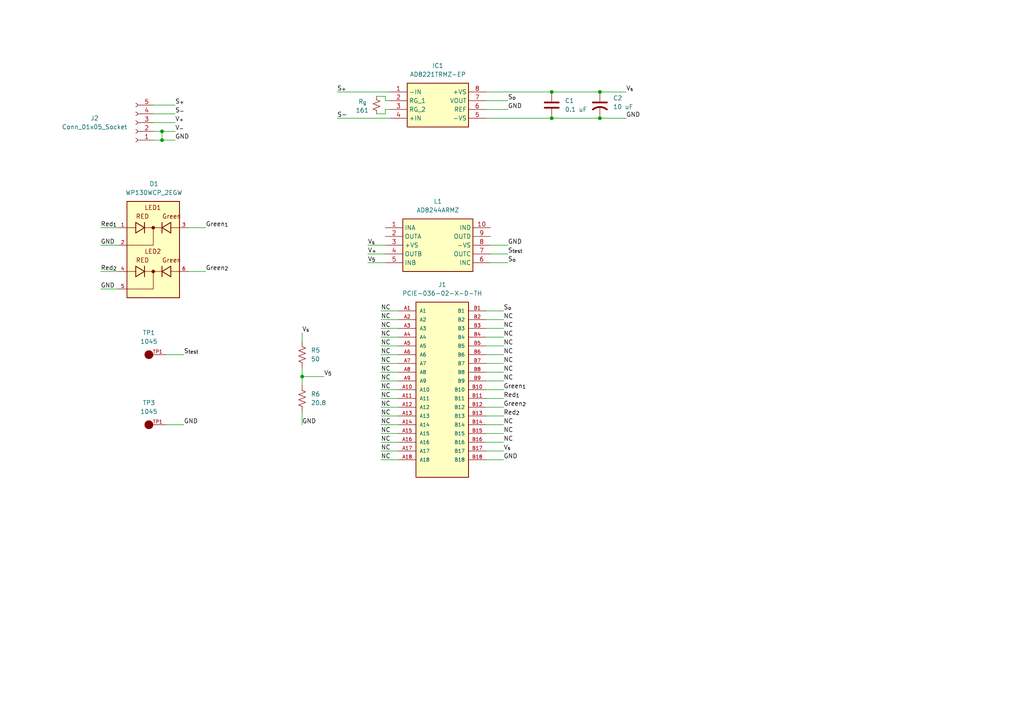
<source format=kicad_sch>
(kicad_sch (version 20250114) (generator "eeschema") (generator_version "9.0")
  (paper "A4")
  (lib_symbols
    (symbol "Connector:Conn_01x05_Socket" (pin_names (offset 1.016) (hide yes))
      (property "Reference" "J" (at 0 7.62 0))
      (property "Value" "Conn_01x05_Socket" (at 0 -7.62 0))
      (symbol "Conn_01x05_Socket_1_1"
        (polyline (pts (xy -1.27 5.08) (xy -0.508 5.08)) (stroke (width 0.1524)))
        (polyline (pts (xy -1.27 2.54) (xy -0.508 2.54)) (stroke (width 0.1524)))
        (polyline (pts (xy -1.27 0) (xy -0.508 0)) (stroke (width 0.1524)))
        (polyline (pts (xy -1.27 -2.54) (xy -0.508 -2.54)) (stroke (width 0.1524)))
        (polyline (pts (xy -1.27 -5.08) (xy -0.508 -5.08)) (stroke (width 0.1524)))
        (arc (start 0 4.572) (mid -0.5058 5.08) (end 0 5.588) (stroke (width 0.1524)))
        (arc (start 0 2.032) (mid -0.5058 2.54) (end 0 3.048) (stroke (width 0.1524)))
        (arc (start 0 -0.508) (mid -0.5058 0) (end 0 0.508) (stroke (width 0.1524)))
        (arc (start 0 -3.048) (mid -0.5058 -2.54) (end 0 -2.032) (stroke (width 0.1524)))
        (arc (start 0 -5.588) (mid -0.5058 -5.08) (end 0 -4.572) (stroke (width 0.1524)))
        (pin passive line (at -5.08 5.08 0) (length 3.81) (name "Pin_1") (number "1"))
        (pin passive line (at -5.08 2.54 0) (length 3.81) (name "Pin_2") (number "2"))
        (pin passive line (at -5.08 0 0) (length 3.81) (name "Pin_3") (number "3"))
        (pin passive line (at -5.08 -2.54 0) (length 3.81) (name "Pin_4") (number "4"))
        (pin passive line (at -5.08 -5.08 0) (length 3.81) (name "Pin_5") (number "5"))
      )
    )
    (symbol "Device:C" (pin_numbers (hide yes)) (pin_names (offset 0.254))
      (property "Reference" "C" (at 0.635 2.54 0))
      (property "Value" "C" (at 0.635 -2.54 0))
      (symbol "C_0_1"
        (polyline (pts (xy -2.032 0.762) (xy 2.032 0.762)) (stroke (width 0.508)))
        (polyline (pts (xy -2.032 -0.762) (xy 2.032 -0.762)) (stroke (width 0.508)))
      )
      (symbol "C_1_1"
        (pin passive line (at 0 3.81 270) (length 2.794) (name "~") (number "1"))
        (pin passive line (at 0 -3.81 90) (length 2.794) (name "~") (number "2"))
      )
    )
    (symbol "Device:C_US" (pin_numbers (hide yes)) (pin_names (offset 0.254) (hide yes))
      (property "Reference" "C" (at 0.635 2.54 0))
      (property "Value" "C_US" (at 0.635 -2.54 0))
      (symbol "C_US_0_1"
        (polyline (pts (xy -2.032 0.762) (xy 2.032 0.762)) (stroke (width 0.508)))
        (arc (start -2.032 -1.27) (mid 0 -0.5572) (end 2.032 -1.27) (stroke (width 0.508)))
      )
      (symbol "C_US_1_1"
        (pin passive line (at 0 3.81 270) (length 2.794) (name "~") (number "1"))
        (pin passive line (at 0 -3.81 90) (length 3.302) (name "~") (number "2"))
      )
    )
    (symbol "Device:R_Small_US" (pin_numbers (hide yes)) (pin_names (offset 0.254) (hide yes))
      (property "Reference" "R" (at 0.762 0.508 0))
      (property "Value" "R_Small_US" (at 0.762 -1.016 0))
      (symbol "R_Small_US_1_1"
        (polyline (pts (xy 0 1.524) (xy 1.016 1.143) (xy 0 0.762) (xy -1.016 0.381) (xy 0 0)))
        (polyline (pts (xy 0 0) (xy 1.016 -0.381) (xy 0 -0.762) (xy -1.016 -1.143) (xy 0 -1.524)))
        (pin passive line (at 0 2.54 270) (length 1.016) (name "~") (number "1"))
        (pin passive line (at 0 -2.54 90) (length 1.016) (name "~") (number "2"))
      )
    )
    (symbol "Device:R_US" (pin_numbers (hide yes)) (pin_names (offset 0))
      (property "Reference" "R" (at 2.54 0 90))
      (property "Value" "R_US" (at -2.54 0 90))
      (symbol "R_US_0_1"
        (polyline (pts (xy 0 2.286) (xy 0 2.54)))
        (polyline (pts (xy 0 2.286) (xy 1.016 1.905) (xy 0 1.524) (xy -1.016 1.143) (xy 0 0.762)))
        (polyline (pts (xy 0 0.762) (xy 1.016 0.381) (xy 0 0) (xy -1.016 -0.381) (xy 0 -0.762)))
        (polyline (pts (xy 0 -0.762) (xy 1.016 -1.143) (xy 0 -1.524) (xy -1.016 -1.905) (xy 0 -2.286)))
        (polyline (pts (xy 0 -2.286) (xy 0 -2.54)))
      )
      (symbol "R_US_1_1"
        (pin passive line (at 0 3.81 270) (length 1.27) (name "~") (number "1"))
        (pin passive line (at 0 -3.81 90) (length 1.27) (name "~") (number "2"))
      )
    )
    (symbol "Link_Components:1045" (pin_names (offset 1.016))
      (property "Reference" "TP" (at -2.54 2.54 0))
      (property "Value" "1045" (at -2.54 -5.08 0))
      (symbol "1045_0_0"
        (circle (center 1.27 0) (radius 0.635) (stroke (width 1.27)))
      )
      (symbol "1045_1_0"
        (pin passive line (at -3.81 0 0) (length 5.08) (name "~") (number "TP1"))
      )
    )
    (symbol "Link_Components:AD8221TRMZ-EP"
      (property "Reference" "IC" (at 24.13 7.62 0))
      (property "Value" "AD8221TRMZ-EP" (at 24.13 5.08 0))
      (symbol "AD8221TRMZ-EP_1_1"
        (rectangle (start 5.08 2.54) (end 22.86 -10.16) (stroke (width 0.254)) (fill (type background)))
        (pin passive line (at 0 0 0) (length 5.08) (name "-IN") (number "1"))
        (pin passive line (at 0 -2.54 0) (length 5.08) (name "RG_1") (number "2"))
        (pin passive line (at 0 -5.08 0) (length 5.08) (name "RG_2") (number "3"))
        (pin passive line (at 0 -7.62 0) (length 5.08) (name "+IN") (number "4"))
        (pin passive line (at 27.94 0 180) (length 5.08) (name "+VS") (number "8"))
        (pin passive line (at 27.94 -2.54 180) (length 5.08) (name "VOUT") (number "7"))
        (pin passive line (at 27.94 -5.08 180) (length 5.08) (name "REF") (number "6"))
        (pin passive line (at 27.94 -7.62 180) (length 5.08) (name "-VS") (number "5"))
      )
    )
    (symbol "Link_Components:AD8244ARMZ"
      (property "Reference" "L" (at 26.67 7.62 0))
      (property "Value" "AD8244ARMZ" (at 26.67 5.08 0))
      (symbol "AD8244ARMZ_1_1"
        (rectangle (start 5.08 2.54) (end 25.4 -12.7) (stroke (width 0.254)) (fill (type background)))
        (pin passive line (at 0 0 0) (length 5.08) (name "INA") (number "1"))
        (pin passive line (at 0 -2.54 0) (length 5.08) (name "OUTA") (number "2"))
        (pin passive line (at 0 -5.08 0) (length 5.08) (name "+VS") (number "3"))
        (pin passive line (at 0 -7.62 0) (length 5.08) (name "OUTB") (number "4"))
        (pin passive line (at 0 -10.16 0) (length 5.08) (name "INB") (number "5"))
        (pin passive line (at 30.48 0 180) (length 5.08) (name "IND") (number "10"))
        (pin passive line (at 30.48 -2.54 180) (length 5.08) (name "OUTD") (number "9"))
        (pin passive line (at 30.48 -5.08 180) (length 5.08) (name "-VS") (number "8"))
        (pin passive line (at 30.48 -7.62 180) (length 5.08) (name "OUTC") (number "7"))
        (pin passive line (at 30.48 -10.16 180) (length 5.08) (name "INC") (number "6"))
      )
    )
    (symbol "Link_Components:PCIE-036-02-X-D-TH" (pin_names (offset 1.016))
      (property "Reference" "J" (at -7.62 26.162 0))
      (property "Value" "PCIE-036-02-X-D-TH" (at -11.684 -28.448 0))
      (symbol "PCIE-036-02-X-D-TH_0_0"
        (rectangle (start -7.62 -25.4) (end 7.62 25.4) (stroke (width 0.254)) (fill (type background)))
        (pin passive line (at -12.7 22.86 0) (length 5.08) (name "A1") (number "A1"))
        (pin passive line (at -12.7 20.32 0) (length 5.08) (name "A2") (number "A2"))
        (pin passive line (at -12.7 17.78 0) (length 5.08) (name "A3") (number "A3"))
        (pin passive line (at -12.7 15.24 0) (length 5.08) (name "A4") (number "A4"))
        (pin passive line (at -12.7 12.7 0) (length 5.08) (name "A5") (number "A5"))
        (pin passive line (at -12.7 10.16 0) (length 5.08) (name "A6") (number "A6"))
        (pin passive line (at -12.7 7.62 0) (length 5.08) (name "A7") (number "A7"))
        (pin passive line (at -12.7 5.08 0) (length 5.08) (name "A8") (number "A8"))
        (pin passive line (at -12.7 2.54 0) (length 5.08) (name "A9") (number "A9"))
        (pin passive line (at -12.7 0 0) (length 5.08) (name "A10") (number "A10"))
        (pin passive line (at -12.7 -2.54 0) (length 5.08) (name "A11") (number "A11"))
        (pin passive line (at -12.7 -5.08 0) (length 5.08) (name "A12") (number "A12"))
        (pin passive line (at -12.7 -7.62 0) (length 5.08) (name "A13") (number "A13"))
        (pin passive line (at -12.7 -10.16 0) (length 5.08) (name "A14") (number "A14"))
        (pin passive line (at -12.7 -12.7 0) (length 5.08) (name "A15") (number "A15"))
        (pin passive line (at -12.7 -15.24 0) (length 5.08) (name "A16") (number "A16"))
        (pin passive line (at -12.7 -17.78 0) (length 5.08) (name "A17") (number "A17"))
        (pin passive line (at -12.7 -20.32 0) (length 5.08) (name "A18") (number "A18"))
        (pin passive line (at 12.7 22.86 180) (length 5.08) (name "B1") (number "B1"))
        (pin passive line (at 12.7 20.32 180) (length 5.08) (name "B2") (number "B2"))
        (pin passive line (at 12.7 17.78 180) (length 5.08) (name "B3") (number "B3"))
        (pin passive line (at 12.7 15.24 180) (length 5.08) (name "B4") (number "B4"))
        (pin passive line (at 12.7 12.7 180) (length 5.08) (name "B5") (number "B5"))
        (pin passive line (at 12.7 10.16 180) (length 5.08) (name "B6") (number "B6"))
        (pin passive line (at 12.7 7.62 180) (length 5.08) (name "B7") (number "B7"))
        (pin passive line (at 12.7 5.08 180) (length 5.08) (name "B8") (number "B8"))
        (pin passive line (at 12.7 2.54 180) (length 5.08) (name "B9") (number "B9"))
        (pin passive line (at 12.7 0 180) (length 5.08) (name "B10") (number "B10"))
        (pin passive line (at 12.7 -2.54 180) (length 5.08) (name "B11") (number "B11"))
        (pin passive line (at 12.7 -5.08 180) (length 5.08) (name "B12") (number "B12"))
        (pin passive line (at 12.7 -7.62 180) (length 5.08) (name "B13") (number "B13"))
        (pin passive line (at 12.7 -10.16 180) (length 5.08) (name "B14") (number "B14"))
        (pin passive line (at 12.7 -12.7 180) (length 5.08) (name "B15") (number "B15"))
        (pin passive line (at 12.7 -15.24 180) (length 5.08) (name "B16") (number "B16"))
        (pin passive line (at 12.7 -17.78 180) (length 5.08) (name "B17") (number "B17"))
        (pin passive line (at 12.7 -20.32 180) (length 5.08) (name "B18") (number "B18"))
      )
    )
    (symbol "Link_Components:WP130WCP_2EGW" (pin_names (offset 1.016))
      (property "Reference" "D" (at -7.62 17.78 0))
      (property "Value" "WP130WCP_2EGW" (at -7.62 -17.78 0))
      (symbol "WP130WCP_2EGW_0_0"
        (rectangle (start -7.62 -12.7) (end 7.62 15.24) (stroke (width 0.254)) (fill (type background)))
        (polyline (pts (xy -5.08 9.144) (xy -5.08 7.62)) (stroke (width 0.254)))
        (polyline (pts (xy -5.08 7.62) (xy -7.62 7.62)) (stroke (width 0.1524)))
        (polyline (pts (xy -5.08 7.62) (xy -5.08 6.096)) (stroke (width 0.254)))
        (polyline (pts (xy -5.08 6.096) (xy -2.54 7.62)) (stroke (width 0.254)))
        (polyline (pts (xy -5.08 -3.556) (xy -5.08 -5.08)) (stroke (width 0.254)))
        (polyline (pts (xy -5.08 -5.08) (xy -7.62 -5.08)) (stroke (width 0.1524)))
        (polyline (pts (xy -5.08 -5.08) (xy -5.08 -6.604)) (stroke (width 0.254)))
        (polyline (pts (xy -5.08 -6.604) (xy -2.54 -5.08)) (stroke (width 0.254)))
        (polyline (pts (xy -2.54 9.144) (xy -2.54 7.62)) (stroke (width 0.254)))
        (polyline (pts (xy -2.54 7.62) (xy -5.08 9.144)) (stroke (width 0.254)))
        (polyline (pts (xy -2.54 7.62) (xy -2.54 6.096)) (stroke (width 0.254)))
        (polyline (pts (xy -2.54 7.62) (xy 0 7.62)) (stroke (width 0.1524)))
        (polyline (pts (xy -2.54 -3.556) (xy -2.54 -5.08)) (stroke (width 0.254)))
        (polyline (pts (xy -2.54 -5.08) (xy -5.08 -3.556)) (stroke (width 0.254)))
        (polyline (pts (xy -2.54 -5.08) (xy -2.54 -6.604)) (stroke (width 0.254)))
        (polyline (pts (xy -2.54 -5.08) (xy 0 -5.08)) (stroke (width 0.1524)))
        (circle (center 0 7.62) (radius 0.254) (stroke (width 0.508)))
        (polyline (pts (xy 0 7.62) (xy 0 2.54)) (stroke (width 0.1524)))
        (polyline (pts (xy 0 7.62) (xy 2.54 7.62)) (stroke (width 0.1524)))
        (polyline (pts (xy 0 2.54) (xy -7.62 2.54)) (stroke (width 0.1524)))
        (polyline (pts (xy 0 -5.08) (xy 0 -10.16)) (stroke (width 0.1524)))
        (polyline (pts (xy 0 -5.08) (xy 2.54 -5.08)) (stroke (width 0.1524)))
        (circle (center 0 -5.08) (radius 0.254) (stroke (width 0.508)))
        (polyline (pts (xy 0 -10.16) (xy -7.62 -10.16)) (stroke (width 0.1524)))
        (polyline (pts (xy 2.54 7.62) (xy 2.54 9.144)) (stroke (width 0.254)))
        (polyline (pts (xy 2.54 7.62) (xy 5.08 6.096)) (stroke (width 0.254)))
        (polyline (pts (xy 2.54 6.096) (xy 2.54 7.62)) (stroke (width 0.254)))
        (polyline (pts (xy 2.54 -5.08) (xy 2.54 -3.556)) (stroke (width 0.254)))
        (polyline (pts (xy 2.54 -5.08) (xy 5.08 -6.604)) (stroke (width 0.254)))
        (polyline (pts (xy 2.54 -6.604) (xy 2.54 -5.08)) (stroke (width 0.254)))
        (polyline (pts (xy 5.08 9.144) (xy 2.54 7.62)) (stroke (width 0.254)))
        (polyline (pts (xy 5.08 7.62) (xy 5.08 9.144)) (stroke (width 0.254)))
        (polyline (pts (xy 5.08 7.62) (xy 7.62 7.62)) (stroke (width 0.1524)))
        (polyline (pts (xy 5.08 6.096) (xy 5.08 7.62)) (stroke (width 0.254)))
        (polyline (pts (xy 5.08 -3.556) (xy 2.54 -5.08)) (stroke (width 0.254)))
        (polyline (pts (xy 5.08 -5.08) (xy 5.08 -3.556)) (stroke (width 0.254)))
        (polyline (pts (xy 5.08 -5.08) (xy 7.62 -5.08)) (stroke (width 0.1524)))
        (polyline (pts (xy 5.08 -6.604) (xy 5.08 -5.08)) (stroke (width 0.254)))
        (text "RED" (at -5.08 10.16 0) (effects (font (size 1.27 1.27)) (justify left bottom)))
        (text "RED" (at -5.08 -2.54 0) (effects (font (size 1.27 1.27)) (justify left bottom)))
        (text "LED1" (at -2.54 12.7 0) (effects (font (size 1.27 1.27)) (justify left bottom)))
        (text "LED2" (at -2.54 0 0) (effects (font (size 1.27 1.27)) (justify left bottom)))
        (text "Green" (at 2.54 10.16 0) (effects (font (size 1.27 1.27)) (justify left bottom)))
        (text "Green" (at 2.54 -2.54 0) (effects (font (size 1.27 1.27)) (justify left bottom)))
        (pin passive line (at -10.16 7.62 0) (length 2.54) (name "~") (number "1"))
        (pin passive line (at -10.16 2.54 0) (length 2.54) (name "~") (number "2"))
        (pin passive line (at -10.16 -5.08 0) (length 2.54) (name "~") (number "4"))
        (pin passive line (at -10.16 -10.16 0) (length 2.54) (name "~") (number "5"))
        (pin passive line (at 10.16 7.62 180) (length 2.54) (name "~") (number "3"))
        (pin passive line (at 10.16 -5.08 180) (length 2.54) (name "~") (number "6"))
      )
    )
  )
  (junction (at 160.02 34.29))
  (junction (at 160.02 26.67))
  (junction (at 46.99 38.1))
  (junction (at 173.99 34.29))
  (junction (at 87.63 109.22))
  (junction (at 46.99 40.64))
  (junction (at 173.99 26.67))
  (wire (pts (xy 97.79 26.67) (xy 113.03 26.67)))
  (wire (pts (xy 140.97 31.75) (xy 147.32 31.75)))
  (wire (pts (xy 48.26 102.87) (xy 53.34 102.87)))
  (wire (pts (xy 140.97 90.17) (xy 146.05 90.17)))
  (wire (pts (xy 110.49 133.35) (xy 115.57 133.35)))
  (wire (pts (xy 110.49 100.33) (xy 115.57 100.33)))
  (wire (pts (xy 140.97 113.03) (xy 146.05 113.03)))
  (wire (pts (xy 87.63 119.38) (xy 87.63 123.19)))
  (wire (pts (xy 87.63 106.68) (xy 87.63 109.22)))
  (wire (pts (xy 140.97 125.73) (xy 146.05 125.73)))
  (wire (pts (xy 140.97 118.11) (xy 146.05 118.11)))
  (wire (pts (xy 111.76 31.75) (xy 113.03 31.75)))
  (wire (pts (xy 140.97 95.25) (xy 146.05 95.25)))
  (wire (pts (xy 87.63 109.22) (xy 93.98 109.22)))
  (wire (pts (xy 111.76 29.21) (xy 113.03 29.21)))
  (wire (pts (xy 44.45 33.02) (xy 50.8 33.02)))
  (wire (pts (xy 110.49 113.03) (xy 115.57 113.03)))
  (wire (pts (xy 140.97 107.95) (xy 146.05 107.95)))
  (wire (pts (xy 110.49 125.73) (xy 115.57 125.73)))
  (wire (pts (xy 44.45 38.1) (xy 46.99 38.1)))
  (wire (pts (xy 173.99 34.29) (xy 160.02 34.29)))
  (wire (pts (xy 140.97 110.49) (xy 146.05 110.49)))
  (wire (pts (xy 160.02 26.67) (xy 173.99 26.67)))
  (wire (pts (xy 140.97 105.41) (xy 146.05 105.41)))
  (wire (pts (xy 110.49 90.17) (xy 115.57 90.17)))
  (wire (pts (xy 110.49 97.79) (xy 115.57 97.79)))
  (wire (pts (xy 29.21 78.74) (xy 34.29 78.74)))
  (wire (pts (xy 87.63 96.52) (xy 87.63 99.06)))
  (wire (pts (xy 140.97 26.67) (xy 160.02 26.67)))
  (wire (pts (xy 140.97 120.65) (xy 146.05 120.65)))
  (wire (pts (xy 140.97 130.81) (xy 146.05 130.81)))
  (wire (pts (xy 106.68 71.12) (xy 111.76 71.12)))
  (wire (pts (xy 54.61 66.04) (xy 59.69 66.04)))
  (wire (pts (xy 46.99 40.64) (xy 50.8 40.64)))
  (wire (pts (xy 46.99 38.1) (xy 46.99 40.64)))
  (wire (pts (xy 110.49 110.49) (xy 115.57 110.49)))
  (wire (pts (xy 173.99 26.67) (xy 181.61 26.67)))
  (wire (pts (xy 142.24 71.12) (xy 147.32 71.12)))
  (wire (pts (xy 111.76 29.21) (xy 111.76 27.94)))
  (wire (pts (xy 140.97 29.21) (xy 147.32 29.21)))
  (wire (pts (xy 142.24 76.2) (xy 147.32 76.2)))
  (wire (pts (xy 181.61 34.29) (xy 173.99 34.29)))
  (wire (pts (xy 29.21 71.12) (xy 34.29 71.12)))
  (wire (pts (xy 110.49 92.71) (xy 115.57 92.71)))
  (wire (pts (xy 29.21 66.04) (xy 34.29 66.04)))
  (wire (pts (xy 44.45 35.56) (xy 50.8 35.56)))
  (wire (pts (xy 111.76 33.02) (xy 111.76 31.75)))
  (wire (pts (xy 140.97 34.29) (xy 160.02 34.29)))
  (wire (pts (xy 29.21 83.82) (xy 34.29 83.82)))
  (wire (pts (xy 44.45 30.48) (xy 50.8 30.48)))
  (wire (pts (xy 140.97 97.79) (xy 146.05 97.79)))
  (wire (pts (xy 54.61 78.74) (xy 59.69 78.74)))
  (wire (pts (xy 97.79 34.29) (xy 113.03 34.29)))
  (wire (pts (xy 140.97 128.27) (xy 146.05 128.27)))
  (wire (pts (xy 140.97 123.19) (xy 146.05 123.19)))
  (wire (pts (xy 46.99 38.1) (xy 50.8 38.1)))
  (wire (pts (xy 87.63 109.22) (xy 87.63 111.76)))
  (wire (pts (xy 110.49 115.57) (xy 115.57 115.57)))
  (wire (pts (xy 44.45 40.64) (xy 46.99 40.64)))
  (wire (pts (xy 106.68 76.2) (xy 111.76 76.2)))
  (wire (pts (xy 110.49 123.19) (xy 115.57 123.19)))
  (wire (pts (xy 140.97 100.33) (xy 146.05 100.33)))
  (wire (pts (xy 111.76 27.94) (xy 109.22 27.94)))
  (wire (pts (xy 140.97 133.35) (xy 146.05 133.35)))
  (wire (pts (xy 110.49 105.41) (xy 115.57 105.41)))
  (wire (pts (xy 110.49 120.65) (xy 115.57 120.65)))
  (wire (pts (xy 110.49 118.11) (xy 115.57 118.11)))
  (wire (pts (xy 109.22 33.02) (xy 111.76 33.02)))
  (wire (pts (xy 140.97 102.87) (xy 146.05 102.87)))
  (wire (pts (xy 140.97 92.71) (xy 146.05 92.71)))
  (wire (pts (xy 110.49 107.95) (xy 115.57 107.95)))
  (wire (pts (xy 110.49 130.81) (xy 115.57 130.81)))
  (wire (pts (xy 110.49 102.87) (xy 115.57 102.87)))
  (wire (pts (xy 142.24 73.66) (xy 147.32 73.66)))
  (wire (pts (xy 110.49 95.25) (xy 115.57 95.25)))
  (wire (pts (xy 140.97 115.57) (xy 146.05 115.57)))
  (wire (pts (xy 110.49 128.27) (xy 115.57 128.27)))
  (wire (pts (xy 48.26 123.19) (xy 53.34 123.19)))
  (wire (pts (xy 106.68 73.66) (xy 111.76 73.66)))
  (label "GND" (at 29.21 83.82 0))
  (label "NC" (at 146.05 97.79 0))
  (label "NC" (at 146.05 125.73 0))
  (label "S_{-}" (at 50.8 33.02 0))
  (label "NC" (at 110.49 97.79 0))
  (label "NC" (at 110.49 90.17 0))
  (label "NC" (at 110.49 102.87 0))
  (label "NC" (at 146.05 105.41 0))
  (label "S_{+}" (at 97.79 26.67 0))
  (label "Green_{2}" (at 146.05 118.11 0))
  (label "GND" (at 146.05 133.35 0))
  (label "NC" (at 146.05 110.49 0))
  (label "NC" (at 110.49 115.57 0))
  (label "NC" (at 146.05 92.71 0))
  (label "NC" (at 110.49 118.11 0))
  (label "Red_{1}" (at 29.21 66.04 0))
  (label "S_{test}" (at 53.34 102.87 0))
  (label "V_{5}" (at 93.98 109.22 0))
  (label "NC" (at 146.05 100.33 0))
  (label "Green_{1}" (at 146.05 113.03 0))
  (label "V_{s}" (at 106.68 71.12 0))
  (label "NC" (at 110.49 133.35 0))
  (label "S-" (at 97.79 34.29 0))
  (label "GND" (at 29.21 71.12 0))
  (label "V_{+}" (at 106.68 73.66 0))
  (label "V_{s}" (at 146.05 130.81 0))
  (label "GND" (at 147.32 31.75 0))
  (label "GND" (at 53.34 123.19 0))
  (label "V_{-}" (at 50.8 38.1 0))
  (label "S_{o}" (at 147.32 76.2 0))
  (label "NC" (at 110.49 92.71 0))
  (label "GND" (at 147.32 71.12 0))
  (label "NC" (at 110.49 120.65 0))
  (label "NC" (at 146.05 102.87 0))
  (label "NC" (at 110.49 123.19 0))
  (label "Green_{1}" (at 59.69 66.04 0))
  (label "NC" (at 110.49 105.41 0))
  (label "GND" (at 87.63 123.19 0))
  (label "Green_{2}" (at 59.69 78.74 0))
  (label "V_{s}" (at 87.63 96.52 0))
  (label "NC" (at 146.05 95.25 0))
  (label "Red_{2}" (at 146.05 120.65 0))
  (label "Red_{2}" (at 29.21 78.74 0))
  (label "S_{o}" (at 146.05 90.17 0))
  (label "NC" (at 110.49 107.95 0))
  (label "NC" (at 110.49 100.33 0))
  (label "NC" (at 110.49 113.03 0))
  (label "NC" (at 146.05 107.95 0))
  (label "V_{+}" (at 50.8 35.56 0))
  (label "NC" (at 146.05 123.19 0))
  (label "GND" (at 50.8 40.64 0))
  (label "S_{o}" (at 147.32 29.21 0))
  (label "NC" (at 110.49 95.25 0))
  (label "V_{5}" (at 106.68 76.2 0))
  (label "GND" (at 181.61 34.29 0))
  (label "NC" (at 146.05 128.27 0))
  (label "NC" (at 110.49 128.27 0))
  (label "NC" (at 110.49 110.49 0))
  (label "S_{test}" (at 147.32 73.66 0))
  (label "V_{s}" (at 181.61 26.67 0))
  (label "S_{+}" (at 50.8 30.48 0))
  (label "NC" (at 110.49 125.73 0))
  (label "Red_{1}" (at 146.05 115.57 0))
  (label "NC" (at 110.49 130.81 0))
  (symbol (lib_id "Device:C_US") (at 173.99 30.48 0) (unit 1)
    (property "Reference" "C2" (at 177.8 28.448 0) (effects (justify left)))
    (property "Value" "10 uF" (at 177.8 30.988 0) (effects (justify left)))
    (property "Description" "capacitor, US symbol" (effects (hide yes)))
  )
  (symbol (lib_id "Device:R_Small_US") (at 109.22 30.48 0) (unit 1)
    (property "Reference" "R_{g}" (at 103.886 29.464 0) (effects (justify left)))
    (property "Value" "161" (at 103.124 32.004 0) (effects (justify left)))
    (property "Footprint" "Resistor_SMD:R_0805_2012Metric" (effects (hide yes)))
    (property "Description" "Resistor, small US symbol" (effects (hide yes)))
  )
  (symbol (lib_id "Link_Components:AD8221TRMZ-EP") (at 113.03 26.67 0) (unit 1)
    (property "Reference" "IC1" (at 127 19.05 0))
    (property "Value" "AD8221TRMZ-EP" (at 127 21.59 0))
    (property "Footprint" "Link_Footprints:AD8221TRMZ-EP" (effects (hide yes)))
    (property "Datasheet" "https://www.analog.com/media/en/technical-documentation/data-sheets/AD8221-EP.pdf" (effects (hide yes)))
    (property "Description" "Instrumentation Amplifiers Precision Instrumentation Amplifier" (effects (hide yes)))
    (property "Height" "1.1" (effects (hide yes)))
    (property "Manufacturer_Name" "Analog Devices" (effects (hide yes)))
    (property "Manufacturer_Part_Number" "AD8221TRMZ-EP" (effects (hide yes)))
    (property "Mouser Part Number" "584-AD8221TRMZ-EP" (effects (hide yes)))
    (property "Mouser Price/Stock" "https://www.mouser.co.uk/ProductDetail/Analog-Devices/AD8221TRMZ-EP?qs=he1Eu8VmQT0A9Q89oR907g%3D%3D" (effects (hide yes)))
    (property "Arrow Part Number" "AD8221TRMZ-EP" (effects (hide yes)))
    (property "Arrow Price/Stock" "https://www.arrow.com/en/products/ad8221trmz-ep/analog-devices?region=europe" (effects (hide yes)))
  )
  (symbol (lib_id "Link_Components:1045") (at 44.45 102.87 180) (unit 1)
    (property "Reference" "TP1" (at 43.18 96.52 0))
    (property "Value" "1045" (at 43.18 99.06 0))
    (property "Footprint" "Link_Footprints:Keystone_1045" (effects (hide yes)))
    (property "PARTREV" "B" (effects (hide yes)))
    (property "MANUFACTURER" "Keystone" (effects (hide yes)))
    (property "SNAPEDA_PN" "1045" (effects (hide yes)))
    (property "MAXIMUM_PACKAGE_HEIGHT" "4.5mm" (effects (hide yes)))
    (property "STANDARD" "IPC-7351B" (effects (hide yes)))
  )
  (symbol (lib_id "Link_Components:PCIE-036-02-X-D-TH") (at 128.27 113.03 0) (unit 1)
    (property "Reference" "J1" (at 128.27 82.55 0))
    (property "Value" "PCIE-036-02-X-D-TH" (at 128.27 85.09 0))
    (property "Footprint" "Link_Footprints:SAMTEC_PCIE_1x" (effects (hide yes)))
    (property "PARTREV" "D" (effects (hide yes)))
    (property "STANDARD" "Manufacturer Recommendations" (effects (hide yes)))
    (property "MAXIMUM_PACKAGE_HEIGHT" "11.38mm" (effects (hide yes)))
    (property "MANUFACTURER" "Samtec Inc" (effects (hide yes)))
  )
  (symbol (lib_id "Device:C") (at 160.02 30.48 0) (unit 1)
    (property "Reference" "C1" (at 163.83 29.2099 0) (effects (justify left)))
    (property "Value" "0.1 uF" (at 163.83 31.7499 0) (effects (justify left)))
    (property "Description" "Unpolarized capacitor" (effects (hide yes)))
  )
  (symbol (lib_id "Connector:Conn_01x05_Socket") (at 39.37 35.56 180) (unit 1)
    (property "Reference" "J2" (at 27.432 34.29 0))
    (property "Value" "Conn_01x05_Socket" (at 27.432 36.83 0))
    (property "Footprint" "Link_Footprints:Phoenix_Contact_MSTBA,5-LR" (effects (hide yes)))
    (property "Description" "Generic connector, single row, 01x05, script generated" (effects (hide yes)))
  )
  (symbol (lib_id "Link_Components:WP130WCP_2EGW") (at 44.45 73.66 0) (unit 1)
    (property "Reference" "D1" (at 44.6489 53.34 0))
    (property "Value" "WP130WCP_2EGW" (at 44.6489 55.88 0))
    (property "Footprint" "Link_Footprints:LED_Lights" (effects (hide yes)))
    (property "PARTREV" "V.10A" (effects (hide yes)))
    (property "SNAPEDA_PN" "WP130WCP/2EGW" (effects (hide yes)))
    (property "MANUFACTURER" "Kingbright" (effects (hide yes)))
    (property "MAXIMUM_PACKAGE_HEIGHT" "9.65 mm" (effects (hide yes)))
    (property "STANDARD" "Manufacturer Recommendations" (effects (hide yes)))
  )
  (symbol (lib_id "Device:R_US") (at 87.63 102.87 0) (unit 1)
    (property "Reference" "R5" (at 90.17 101.5999 0) (effects (justify left)))
    (property "Value" "50" (at 90.17 104.1399 0) (effects (justify left)))
    (property "Footprint" "Resistor_SMD:R_0805_2012Metric" (effects (hide yes)))
    (property "Description" "Resistor, US symbol" (effects (hide yes)))
  )
  (symbol (lib_id "Link_Components:AD8244ARMZ") (at 111.76 66.04 0) (unit 1)
    (property "Reference" "L1" (at 127 58.42 0))
    (property "Value" "AD8244ARMZ" (at 127 60.96 0))
    (property "Footprint" "Link_Footprints:AD8244ARMZ" (effects (hide yes)))
    (property "Datasheet" "https://componentsearchengine.com/Datasheets/2/AD8244ARMZ.pdf" (effects (hide yes)))
    (property "Description" "Analog Devices AD8244ARMZ, Quad Precision Op Amp, 3MHz Rail-Rail, 3  36 V, 10-Pin MSOP" (effects (hide yes)))
    (property "Height" "1.1" (effects (hide yes)))
    (property "Manufacturer_Name" "Analog Devices" (effects (hide yes)))
    (property "Manufacturer_Part_Number" "AD8244ARMZ" (effects (hide yes)))
    (property "Mouser Part Number" "584-AD8244ARMZ" (effects (hide yes)))
    (property "Mouser Price/Stock" "https://www.mouser.co.uk/ProductDetail/Analog-Devices/AD8244ARMZ?qs=U5SWHfT1b2lwrpzZ4yNVvQ%3D%3D" (effects (hide yes)))
    (property "Arrow Part Number" "AD8244ARMZ" (effects (hide yes)))
    (property "Arrow Price/Stock" "https://www.arrow.com/en/products/ad8244armz/analog-devices?utm_currency=USD&region=nac" (effects (hide yes)))
  )
  (symbol (lib_id "Device:R_US") (at 87.63 115.57 0) (unit 1)
    (property "Reference" "R6" (at 90.17 114.2999 0) (effects (justify left)))
    (property "Value" "20.8" (at 90.17 116.8399 0) (effects (justify left)))
    (property "Footprint" "Resistor_SMD:R_0805_2012Metric" (effects (hide yes)))
    (property "Description" "Resistor, US symbol" (effects (hide yes)))
  )
  (symbol (lib_id "Link_Components:1045") (at 44.45 123.19 180) (unit 1)
    (property "Reference" "TP3" (at 43.18 116.84 0))
    (property "Value" "1045" (at 43.18 119.38 0))
    (property "Footprint" "Link_Footprints:Keystone_1045" (effects (hide yes)))
    (property "PARTREV" "B" (effects (hide yes)))
    (property "MANUFACTURER" "Keystone" (effects (hide yes)))
    (property "SNAPEDA_PN" "1045" (effects (hide yes)))
    (property "MAXIMUM_PACKAGE_HEIGHT" "4.5mm" (effects (hide yes)))
    (property "STANDARD" "IPC-7351B" (effects (hide yes)))
  )
)
</source>
